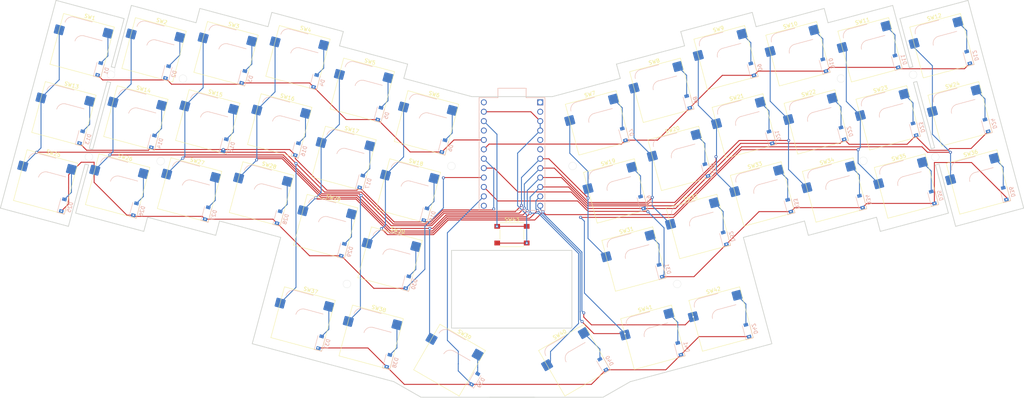
<source format=kicad_pcb>
(kicad_pcb (version 20211014) (generator pcbnew)
  (layers (0 "F.Cu" signal) (31 "B.Cu" signal) (34 "B.Paste" user) (35 "F.Paste" user) (36 "B.SilkS" user "B.Silkscreen") (37 "F.SilkS" user "F.Silkscreen") (38 "B.Mask" user) (39 "F.Mask" user) (44 "Edge.Cuts" user))
  (net 0 "")
  (net 1 "Net-(A1-Pad24)")
  (net 2 "GND")
  (net 3 "reset")
  (net 4 "VCC")
  (net 5 "row0")
  (net 6 "row1")
  (net 7 "row2")
  (net 8 "row3")
  (net 9 "row4")
  (net 10 "row5")
  (net 11 "row6")
  (net 12 "Net-(A1-Pad13)")
  (net 13 "col5")
  (net 14 "col4")
  (net 15 "col3")
  (net 16 "col2")
  (net 17 "col1")
  (net 18 "col0")
  (net 19 "Net-(A1-Pad6)")
  (net 20 "Net-(A1-Pad5)")
  (net 21 "Net-(A1-Pad2)")
  (net 22 "LED")
  (net 23 "Net-(D1-Pad2)")
  (net 24 "Net-(D2-Pad2)")
  (net 25 "Net-(D3-Pad2)")
  (net 26 "Net-(D4-Pad2)")
  (net 27 "Net-(D5-Pad2)")
  (net 28 "Net-(D6-Pad2)")
  (net 29 "Net-(D7-Pad2)")
  (net 30 "Net-(D8-Pad2)")
  (net 31 "Net-(D9-Pad2)")
  (net 32 "Net-(D10-Pad2)")
  (net 33 "Net-(D11-Pad2)")
  (net 34 "Net-(D12-Pad2)")
  (net 35 "Net-(D13-Pad2)")
  (net 36 "Net-(D14-Pad2)")
  (net 37 "Net-(D15-Pad2)")
  (net 38 "Net-(D16-Pad2)")
  (net 39 "Net-(D17-Pad2)")
  (net 40 "Net-(D18-Pad2)")
  (net 41 "Net-(D19-Pad2)")
  (net 42 "Net-(D20-Pad2)")
  (net 43 "Net-(D21-Pad2)")
  (net 44 "Net-(D22-Pad2)")
  (net 45 "Net-(D23-Pad2)")
  (net 46 "Net-(D24-Pad2)")
  (net 47 "Net-(D25-Pad2)")
  (net 48 "Net-(D26-Pad2)")
  (net 49 "Net-(D27-Pad2)")
  (net 50 "Net-(D28-Pad2)")
  (net 51 "Net-(D29-Pad2)")
  (net 52 "Net-(D30-Pad2)")
  (net 53 "Net-(D31-Pad2)")
  (net 54 "Net-(D32-Pad2)")
  (net 55 "Net-(D33-Pad2)")
  (net 56 "Net-(D34-Pad2)")
  (net 57 "Net-(D35-Pad2)")
  (net 58 "Net-(D36-Pad2)")
  (net 59 "Net-(D37-Pad2)")
  (net 60 "Net-(D38-Pad2)")
  (net 61 "Net-(D39-Pad2)")
  (net 62 "Net-(D40-Pad2)")
  (net 63 "Net-(D41-Pad2)")
  (net 64 "Net-(D42-Pad2)")
  (footprint "Switch_Keyboard_Hotswap_Kailh:SW_Hotswap_Kailh_MX_1.00u" (layer "F.Cu") (at 51.1 66.775 -15)
    (fp_text reference "SW2")
    (fp_text value "SW_PUSH")
  )
  (footprint "Switch_Keyboard_Hotswap_Kailh:SW_Hotswap_Kailh_MX_1.00u" (layer "F.Cu") (at 70.55 67.825 -15)
    (fp_text reference "SW3")
    (fp_text value "SW_PUSH")
  )
  (footprint "Switch_Keyboard_Hotswap_Kailh:SW_Hotswap_Kailh_MX_1.00u" (layer "F.Cu") (at 89.975 68.9 -15)
    (fp_text reference "SW4")
    (fp_text value "SW_PUSH")
  )
  (footprint "Switch_Keyboard_Hotswap_Kailh:SW_Hotswap_Kailh_MX_1.00u" (layer "F.Cu") (at 107.35 77.7 -15)
    (fp_text reference "SW5")
    (fp_text value "SW_PUSH")
  )
  (footprint "Switch_Keyboard_Hotswap_Kailh:SW_Hotswap_Kailh_MX_1.00u" (layer "F.Cu") (at 124.7 86.5 -15)
    (fp_text reference "SW6")
    (fp_text value "SW_PUSH")
  )
  (footprint "Switch_Keyboard_Hotswap_Kailh:SW_Hotswap_Kailh_MX_1.00u" (layer "F.Cu") (at 170.9 86.49 15)
    (fp_text reference "SW7")
    (fp_text value "SW_PUSH")
  )
  (footprint "Switch_Keyboard_Hotswap_Kailh:SW_Hotswap_Kailh_MX_1.00u" (layer "F.Cu") (at 188.27 77.7 15)
    (fp_text reference "SW8")
    (fp_text value "SW_PUSH")
  )
  (footprint "Switch_Keyboard_Hotswap_Kailh:SW_Hotswap_Kailh_MX_1.00u" (layer "F.Cu") (at 205.625 68.9 15)
    (fp_text reference "SW9")
    (fp_text value "SW_PUSH")
  )
  (footprint "Switch_Keyboard_Hotswap_Kailh:SW_Hotswap_Kailh_MX_1.00u" (layer "F.Cu") (at 225.05 67.825 15)
    (fp_text reference "SW10")
    (fp_text value "SW_PUSH")
  )
  (footprint "Switch_Keyboard_Hotswap_Kailh:SW_Hotswap_Kailh_MX_1.00u" (layer "F.Cu") (at 244.525 66.75 15)
    (fp_text reference "SW11")
    (fp_text value "SW_PUSH")
  )
  (footprint "Switch_Keyboard_Hotswap_Kailh:SW_Hotswap_Kailh_MX_1.00u" (layer "F.Cu") (at 263.925 65.65 15)
    (fp_text reference "SW12")
    (fp_text value "SW_PUSH")
  )
  (footprint "Switch_Keyboard_Hotswap_Kailh:SW_Hotswap_Kailh_MX_1.00u" (layer "F.Cu") (at 26.75 84.05 -15)
    (fp_text reference "SW13")
    (fp_text value "SW_PUSH")
  )
  (footprint "Switch_Keyboard_Hotswap_Kailh:SW_Hotswap_Kailh_MX_1.00u" (layer "F.Cu") (at 46.182777 85.169552 -15)
    (fp_text reference "SW14")
    (fp_text value "SW_PUSH")
  )
  (footprint "Switch_Keyboard_Hotswap_Kailh:SW_Hotswap_Kailh_MX_1.00u" (layer "F.Cu") (at 65.6 86.225 -15)
    (fp_text reference "SW15")
    (fp_text value "SW_PUSH")
  )
  (footprint "Switch_Keyboard_Hotswap_Kailh:SW_Hotswap_Kailh_MX_1.00u" (layer "F.Cu") (at 85.05 87.325 -15)
    (fp_text reference "SW16")
    (fp_text value "SW_PUSH")
  )
  (footprint "Switch_Keyboard_Hotswap_Kailh:SW_Hotswap_Kailh_MX_1.00u" (layer "F.Cu") (at 102.425 96.1 -15)
    (fp_text reference "SW17")
    (fp_text value "SW_PUSH")
  )
  (footprint "Switch_Keyboard_Hotswap_Kailh:SW_Hotswap_Kailh_MX_1.00u" (layer "F.Cu") (at 119.78 104.89 -15)
    (fp_text reference "SW18")
    (fp_text value "SW_PUSH")
  )
  (footprint "Switch_Keyboard_Hotswap_Kailh:SW_Hotswap_Kailh_MX_1.00u" (layer "F.Cu") (at 175.83 104.89 15)
    (fp_text reference "SW19")
    (fp_text value "SW_PUSH")
  )
  (footprint "Switch_Keyboard_Hotswap_Kailh:SW_Hotswap_Kailh_MX_1.00u" (layer "F.Cu") (at 193.2 96.1 15)
    (fp_text reference "SW20")
    (fp_text value "SW_PUSH")
  )
  (footprint "Switch_Keyboard_Hotswap_Kailh:SW_Hotswap_Kailh_MX_1.00u" (layer "F.Cu") (at 210.55 87.325 15)
    (fp_text reference "SW21")
    (fp_text value "SW_PUSH")
  )
  (footprint "Switch_Keyboard_Hotswap_Kailh:SW_Hotswap_Kailh_MX_1.00u" (layer "F.Cu") (at 249.4 85.125 15)
    (fp_text reference "SW23")
    (fp_text value "SW_PUSH")
  )
  (footprint "Switch_Keyboard_Hotswap_Kailh:SW_Hotswap_Kailh_MX_1.00u" (layer "F.Cu") (at 268.86 84.05 15)
    (fp_text reference "SW24")
    (fp_text value "SW_PUSH")
  )
  (footprint "Switch_Keyboard_Hotswap_Kailh:SW_Hotswap_Kailh_MX_1.00u" (layer "F.Cu") (at 21.825 102.45 -15)
    (fp_text reference "SW25")
    (fp_text value "SW_PUSH")
  )
  (footprint "Switch_Keyboard_Hotswap_Kailh:SW_Hotswap_Kailh_MX_1.00u" (layer "F.Cu") (at 41.26 103.57 -15)
    (fp_text reference "SW26")
    (fp_text value "SW_PUSH")
  )
  (footprint "Switch_Keyboard_Hotswap_Kailh:SW_Hotswap_Kailh_MX_1.00u" (layer "F.Cu") (at 60.69 104.63 -15)
    (fp_text reference "SW27")
    (fp_text value "SW_PUSH")
  )
  (footprint "Switch_Keyboard_Hotswap_Kailh:SW_Hotswap_Kailh_MX_1.00u" (layer "F.Cu") (at 80.125 105.7 -15)
    (fp_text reference "SW28")
    (fp_text value "SW_PUSH")
  )
  (footprint "Switch_Keyboard_Hotswap_Kailh:SW_Hotswap_Kailh_MX_1.00u" (layer "F.Cu") (at 97.48 114.51 -15)
    (fp_text reference "SW29")
    (fp_text value "SW_PUSH")
  )
  (footprint "Switch_Keyboard_Hotswap_Kailh:SW_Hotswap_Kailh_MX_1.00u" (layer "F.Cu") (at 114.85 123.3 -15)
    (fp_text reference "SW30")
    (fp_text value "SW_PUSH")
  )
  (footprint "Switch_Keyboard_Hotswap_Kailh:SW_Hotswap_Kailh_MX_1.00u" (layer "F.Cu") (at 180.77 123.28 15)
    (fp_text reference "SW31")
    (fp_text value "SW_PUSH")
  )
  (footprint "Switch_Keyboard_Hotswap_Kailh:SW_Hotswap_Kailh_MX_1.00u" (layer "F.Cu") (at 198.125 114.49 15)
    (fp_text reference "SW32")
    (fp_text value "SW_PUSH")
  )
  (footprint "Switch_Keyboard_Hotswap_Kailh:SW_Hotswap_Kailh_MX_1.00u" (layer "F.Cu") (at 215.475 105.7 15)
    (fp_text reference "SW33")
    (fp_text value "SW_PUSH")
  )
  (footprint "Switch_Keyboard_Hotswap_Kailh:SW_Hotswap_Kailh_MX_1.00u" (layer "F.Cu") (at 254.36 103.57 15)
    (fp_text reference "SW35")
    (fp_text value "SW_PUSH")
  )
  (footprint "Switch_Keyboard_Hotswap_Kailh:SW_Hotswap_Kailh_MX_1.00u" (layer "F.Cu") (at 273.78 102.46 15)
    (fp_text reference "SW36")
    (fp_text value "SW_PUSH")
  )
  (footprint "Switch_Keyboard_Hotswap_Kailh:SW_Hotswap_Kailh_MX_1.00u" (layer "F.Cu") (at 91.35 139.49 -15)
    (fp_text reference "SW37")
    (fp_text value "SW_PUSH")
  )
  (footprint "Switch_Keyboard_Hotswap_Kailh:SW_Hotswap_Kailh_MX_1.00u" (layer "F.Cu") (at 109.75 144.425 -15)
    (fp_text reference "SW38")
    (fp_text value "SW_PUSH")
  )
  (footprint "Switch_Keyboard_Hotswap_Kailh:SW_Hotswap_Kailh_MX_1.00u" (layer "F.Cu") (at 185.85 144.42 15)
    (fp_text reference "SW41")
    (fp_text value "SW_PUSH")
  )
  (footprint "Switch_Keyboard_Hotswap_Kailh:SW_Hotswap_Kailh_MX_1.00u" (layer "F.Cu") (at 204.27 139.49 15)
    (fp_text reference "SW42")
    (fp_text value "SW_PUSH")
  )
  (footprint "Switch_Keyboard_Hotswap_Kailh:SW_Hotswap_Kailh_MX_1.00u" (layer "F.Cu") (at 234.94 104.63 15)
    (fp_text reference "SW34")
    (fp_text value "SW_PUSH")
  )
  (footprint "Switch_Keyboard_Hotswap_Kailh:SW_Hotswap_Kailh_MX_1.00u" (layer "F.Cu") (at 31.672968 65.648962 -15)
    (fp_text reference "SW1")
    (fp_text value "SW_PUSH")
  )
  (footprint "Switch_Keyboard_Hotswap_Kailh:SW_Hotswap_Kailh_MX_1.25u_90deg" (layer "F.Cu") (at 130.92 150.6 -30)
    (fp_text reference "SW39")
    (fp_text value "SW_PUSH")
  )
  (footprint "Switch_Keyboard_Hotswap_Kailh:SW_Hotswap_Kailh_MX_1.25u_90deg" (layer "F.Cu") (at 164.68 150.6 30)
    (fp_text reference "SW40")
    (fp_text value "SW_PUSH")
  )
  (footprint "Button_Switch_SMD:SW_SPST_PTS645" (layer "F.Cu") (at 147.78 116.7)
    (fp_text reference "SW43")
    (fp_text value "SW_PUSH")
  )
  (footprint "Switch_Keyboard_Hotswap_Kailh:SW_Hotswap_Kailh_MX_1.00u" (layer "F.Cu") (at 230 86.225 15)
    (fp_text reference "SW22")
    (fp_text value "SW_PUSH")
  )
  (footprint "Diode_SMD:D_SOD-123" (layer "B.Cu") (at 178.02 89.64 105)
    (fp_text reference "D7")
    (fp_text value "1N4148W")
  )
  (footprint "Diode_SMD:D_SOD-123" (layer "B.Cu") (at 195.4 80.85 105)
    (fp_text reference "D8")
    (fp_text value "1N4148W")
  )
  (footprint "Diode_SMD:D_SOD-123" (layer "B.Cu") (at 212.74 72.06 105)
    (fp_text reference "D9")
    (fp_text value "1N4148W")
  )
  (footprint "Diode_SMD:D_SOD-123" (layer "B.Cu") (at 232.19 70.93 105)
    (fp_text reference "D10")
    (fp_text value "1N4148W")
  )
  (footprint "Diode_SMD:D_SOD-123" (layer "B.Cu") (at 251.69 69.91 105)
    (fp_text reference "D11")
    (fp_text value "1N4148W")
  )
  (footprint "Diode_SMD:D_SOD-123" (layer "B.Cu") (at 271.06 68.83 105)
    (fp_text reference "D12")
    (fp_text value "1N4148W")
  )
  (footprint "Diode_SMD:D_SOD-123" (layer "B.Cu") (at 182.96 108.01 105)
    (fp_text reference "D19")
    (fp_text value "1N4148W")
  )
  (footprint "Diode_SMD:D_SOD-123" (layer "B.Cu") (at 200.33 99.25 105)
    (fp_text reference "D20")
    (fp_text value "1N4148W")
  )
  (footprint "Diode_SMD:D_SOD-123" (layer "B.Cu") (at 217.66 90.44 105)
    (fp_text reference "D21")
    (fp_text value "1N4148W")
  )
  (footprint "Diode_SMD:D_SOD-123" (layer "B.Cu") (at 256.56 88.23 105)
    (fp_text reference "D23")
    (fp_text value "1N4148W")
  )
  (footprint "Diode_SMD:D_SOD-123" (layer "B.Cu") (at 187.957051 126.443778 105)
    (fp_text reference "D31")
    (fp_text value "1N4148W")
  )
  (footprint "Diode_SMD:D_SOD-123" (layer "B.Cu") (at 205.28 117.7 105)
    (fp_text reference "D32")
    (fp_text value "1N4148W")
  )
  (footprint "Diode_SMD:D_SOD-123" (layer "B.Cu") (at 222.7 108.88 105)
    (fp_text reference "D33")
    (fp_text value "1N4148W")
  )
  (footprint "Diode_SMD:D_SOD-123" (layer "B.Cu") (at 242.09 107.8 105)
    (fp_text reference "D34")
    (fp_text value "1N4148W")
  )
  (footprint "Diode_SMD:D_SOD-123" (layer "B.Cu") (at 280.94 105.64 105)
    (fp_text reference "D36")
    (fp_text value "1N4148W")
  )
  (footprint "Diode_SMD:D_SOD-123" (layer "B.Cu") (at 172.36 151.77 120)
    (fp_text reference "D40")
    (fp_text value "1N4148W")
  )
  (footprint "Diode_SMD:D_SOD-123" (layer "B.Cu") (at 193.007051 147.533778 105)
    (fp_text reference "D41")
    (fp_text value "1N4148W")
  )
  (footprint "promicro:ProMicro-EnforcedTop" (layer "B.Cu") (at 147.8 94.92 -90)
    (fp_text reference "A1" hide)
    (fp_text value "promicro")
  )
  (footprint "Diode_SMD:D_SOD-123" (layer "B.Cu") (at 119.49 129.58 75)
    (fp_text reference "D30")
    (fp_text value "1N4148W")
  )
  (footprint "Diode_SMD:D_SOD-123" (layer "B.Cu") (at 237.11 89.36 105)
    (fp_text reference "D22")
    (fp_text value "1N4148W")
  )
  (footprint "Diode_SMD:D_SOD-123" (layer "B.Cu") (at 137.7 155.71 60)
    (fp_text reference "D39")
    (fp_text value "1N4148W")
  )
  (footprint "Diode_SMD:D_SOD-123" (layer "B.Cu") (at 261.48 106.66 105)
    (fp_text reference "D35")
    (fp_text value "1N4148W")
  )
  (footprint "Diode_SMD:D_SOD-123" (layer "B.Cu") (at 102.09 120.8 75)
    (fp_text reference "D29")
    (fp_text value "1N4148W")
  )
  (footprint "Diode_SMD:D_SOD-123" (layer "B.Cu") (at 36.27 71.95 75)
    (fp_text reference "D1")
    (fp_text value "1N4148W")
  )
  (footprint "Diode_SMD:D_SOD-123" (layer "B.Cu") (at 114.37 150.78 75)
    (fp_text reference "D38")
    (fp_text value "1N4148W")
  )
  (footprint "Diode_SMD:D_SOD-123" (layer "B.Cu") (at 95.95 145.78 75)
    (fp_text reference "D37")
    (fp_text value "1N4148W")
  )
  (footprint "Diode_SMD:D_SOD-123" (layer "B.Cu") (at 124.4 111.21 75)
    (fp_text reference "D18")
    (fp_text value "1N4148W")
  )
  (footprint "Diode_SMD:D_SOD-123" (layer "B.Cu") (at 107.07 102.35 75)
    (fp_text reference "D17")
    (fp_text value "1N4148W")
  )
  (footprint "Diode_SMD:D_SOD-123" (layer "B.Cu") (at 50.79 91.52 75)
    (fp_text reference "D14")
    (fp_text value "1N4148W")
  )
  (footprint "Diode_SMD:D_SOD-123" (layer "B.Cu") (at 31.39 90.39 75)
    (fp_text reference "D13")
    (fp_text value "1N4148W")
  )
  (footprint "Diode_SMD:D_SOD-123" (layer "B.Cu") (at 129.27 92.79 75)
    (fp_text reference "D6")
    (fp_text value "1N4148W")
  )
  (footprint "Diode_SMD:D_SOD-123" (layer "B.Cu") (at 94.61 75.19 75)
    (fp_text reference "D4")
    (fp_text value "1N4148W")
  )
  (footprint "Diode_SMD:D_SOD-123" (layer "B.Cu") (at 54.6 72.81 75)
    (fp_text reference "D2")
    (fp_text value "1N4148W")
  )
  (footprint "Diode_SMD:D_SOD-123" (layer "B.Cu") (at 89.68 93.62 75)
    (fp_text reference "D16")
    (fp_text value "1N4148W")
  )
  (footprint "Diode_SMD:D_SOD-123" (layer "B.Cu") (at 75.2 74.11 75)
    (fp_text reference "D3")
    (fp_text value "1N4148W")
  )
  (footprint "Diode_SMD:D_SOD-123" (layer "B.Cu") (at 84.74 112.01 75)
    (fp_text reference "D28")
    (fp_text value "1N4148W")
  )
  (footprint "Diode_SMD:D_SOD-123" (layer "B.Cu") (at 70.2 92.53 75)
    (fp_text reference "D15")
    (fp_text value "1N4148W")
  )
  (footprint "Diode_SMD:D_SOD-123" (layer "B.Cu") (at 111.97 84.01 75)
    (fp_text reference "D5")
    (fp_text value "1N4148W")
  )
  (footprint "Diode_SMD:D_SOD-123" (layer "B.Cu") (at 65.31 110.93 75)
    (fp_text reference "D27")
    (fp_text value "1N4148W")
  )
  (footprint "Diode_SMD:D_SOD-123" (layer "B.Cu") (at 26.46 108.76 75)
    (fp_text reference "D25")
    (fp_text value "1N4148W")
  )
  (footprint "Diode_SMD:D_SOD-123" (layer "B.Cu") (at 45.92 109.85 75)
    (fp_text reference "D26")
    (fp_text value "1N4148W")
  )
  (footprint "Diode_SMD:D_SOD-123" (layer "B.Cu") (at 276 87.21 105)
    (fp_text reference "D24")
    (fp_text value "1N4148W")
  )
  (footprint "Diode_SMD:D_SOD-123" (layer "B.Cu") (at 211.41 142.65 105)
    (fp_text reference "D42")
    (fp_text value "1N4148W")
  )
  (gr_circle (center 164.17 98.15) (end 165.22 98.15) (layer "Edge.Cuts") (width 0.05) (fill none))
  (gr_line (start 102.231669 61.827411) (end 101.196393 65.691115) (layer "Edge.Cuts") (width 0.2))
  (gr_line (start 118.562003 74.485321) (end 136.96289 79.415824) (layer "Edge.Cuts") (width 0.2))
  (gr_circle (center 58.89 74.56) (end 59.94 74.56) (layer "Edge.Cuts") (width 0.05) (fill none))
  (gr_line (start 48.321956 115.814102) (end 29.921069 110.883599) (layer "Edge.Cuts") (width 0.2))
  (gr_line (start 158.64877 79.415824) (end 136.96289 79.415824) (layer "Edge.Cuts") (width 0.2))
  (gr_line (start 176.014381 70.621617) (end 194.415267 65.691115) (layer "Edge.Cuts") (width 0.2))
  (gr_line (start 247.289704 115.814102) (end 265.690591 110.883599) (layer "Edge.Cuts") (width 0.2))
  (gr_line (start 227.853541 116.880901) (end 226.818265 113.017198) (layer "Edge.Cuts") (width 0.2))
  (gr_line (start 77.616144 146.159577) (end 85.310727 117.443004) (layer "Edge.Cuts") (width 0.2))
  (gr_circle (center 256.16 73.47) (end 257.21 73.47) (layer "Edge.Cuts") (width 0.05) (fill none))
  (gr_circle (center 236.68 74.53) (end 237.73 74.53) (layer "Edge.Cuts") (width 0.05) (fill none))
  (gr_circle (center 52.89 96.84) (end 53.94 96.84) (layer "Edge.Cuts") (width 0.05) (fill none))
  (gr_line (start 40.47 71.597259) (end 40.47 72.9) (layer "Edge.Cuts") (width 0.05))
  (gr_line (start 48.321956 115.814102) (end 49.344938 111.99628) (layer "Edge.Cuts") (width 0.2))
  (gr_circle (center 262.15 95.72) (end 263.2 95.72) (layer "Edge.Cuts") (width 0.05) (fill none))
  (gr_line (start 82.913152 56.65103) (end 102.231669 61.827411) (layer "Edge.Cuts") (width 0.2))
  (gr_line (start 24.616957 53.40475) (end 43.017844 58.335253) (layer "Edge.Cuts") (width 0.2))
  (gr_line (start 262.205867 97.874399) (end 263.136793 97.624958) (layer "Edge.Cuts") (width 0.2))
  (gr_circle (center 39.44 73.5) (end 40.49 73.5) (layer "Edge.Cuts") (width 0.05) (fill none))
  (gr_line (start 27.966122 114.451724) (end 9.57957 109.52504) (layer "Edge.Cuts") (width 0.2))
  (gr_line (start 250.641892 54.770492) (end 233.169947 59.447934) (layer "Edge.Cuts") (width 0.2))
  (gr_line (start 44.969768 54.770491) (end 40.47 71.597259) (layer "Edge.Cuts") (width 0.2))
  (gr_line (start 232.134671 55.584231) (end 233.169947 59.447934) (layer "Edge.Cuts") (width 0.2))
  (gr_line (start 119.597279 70.621617) (end 118.562003 74.485321) (layer "Edge.Cuts") (width 0.2))
  (gr_line (start 217.995516 146.159577) (end 179.750688 156.407248) (layer "Edge.Cuts") (width 0.2))
  (gr_line (start 49.344938 111.99628) (end 67.758119 116.880901) (layer "Edge.Cuts") (width 0.2))
  (gr_circle (center 33.49 95.7) (end 34.54 95.7) (layer "Edge.Cuts") (width 0.05) (fill none))
  (gr_rect (start 131.46 120.94) (end 163.97 141.95) (layer "Edge.Cuts") (width 0.2) (fill none))
  (gr_line (start 255.14166 71.59726) (end 250.641892 54.770492) (layer "Edge.Cuts") (width 0.2))
  (gr_line (start 176.014381 70.621617) (end 177.049657 74.485321) (layer "Edge.Cuts") (width 0.2))
  (gr_line (start 286.03209 109.52504) (end 270.994703 53.40475) (layer "Edge.Cuts") (width 0.2))
  (gr_line (start 256.081562 71.347817) (end 252.593816 58.335253) (layer "Edge.Cuts") (width 0.2))
  (gr_line (start 212.698508 56.65103) (end 193.379991 61.827411) (layer "Edge.Cuts") (width 0.2))
  (gr_line (start 67.758119 116.880901) (end 68.793395 113.017198) (layer "Edge.Cuts") (width 0.2))
  (gr_line (start 32.474867 97.624957) (end 33.405792 97.874399) (layer "Edge.Cuts") (width 0.2))
  (gr_line (start 232.134671 55.584231) (end 213.733784 60.514734) (layer "Edge.Cuts") (width 0.2))
  (gr_line (start 119.597279 70.621617) (end 101.196393 65.691115) (layer "Edge.Cuts") (width 0.2))
  (gr_line (start 43.017844 58.335253) (end 39.530098 71.347816) (layer "Edge.Cuts") (width 0.2))
  (gr_circle (center 192.43 130.02) (end 193.48 130.02) (layer "Edge.Cuts") (width 0.05) (fill none))
  (gr_line (start 63.476989 55.584231) (end 81.877876 60.514734) (layer "Edge.Cuts") (width 0.2))
  (gr_line (start 9.57957 109.52504) (end 24.616957 53.40475) (layer "Edge.Cuts") (width 0.2))
  (gr_line (start 267.645538 114.451725) (end 286.03209 109.52504) (layer "Edge.Cuts") (width 0.2))
  (gr_line (start 265.690591 110.883599) (end 262.205867 97.874399) (layer "Edge.Cuts") (width 0.2))
  (gr_line (start 141.721098 160.62) (end 172.39 160.62) (layer "Edge.Cuts") (width 0.2))
  (gr_line (start 263.136793 97.624958) (end 267.645538 114.451725) (layer "Edge.Cuts") (width 0.2))
  (gr_line (start 217.995516 146.159577) (end 210.300933 117.443004) (layer "Edge.Cuts") (width 0.2))
  (gr_circle (center 103.19 130.02) (end 104.24 130.02) (layer "Edge.Cuts") (width 0.05) (fill none))
  (gr_poly (pts (xy 34.524135 93.665223) (xy 33.59321 93.41578) (xy 38.443874 75.31296) (xy 39.374799 75.562402)) (layer "Edge.Cuts") (width 0.2) (fill none))
  (gr_line (start 172.39 160.62) (end 179.750688 156.407248) (layer "Edge.Cuts") (width 0.2))
  (gr_line (start 247.289704 115.814102) (end 246.266722 111.99628) (layer "Edge.Cuts") (width 0.2))
  (gr_line (start 82.913152 56.65103) (end 81.877876 60.514734) (layer "Edge.Cuts") (width 0.2))
  (gr_line (start 27.966122 114.451724) (end 32.474867 97.624957) (layer "Edge.Cuts") (width 0.2))
  (gr_line (start 40.47 71.59) (end 39.530098 71.347816) (layer "Edge.Cuts") (width 0.2))
  (gr_circle (center 131.44 98.16) (end 132.49 98.16) (layer "Edge.Cuts") (width 0.05) (fill none))
  (gr_line (start 212.698508 56.65103) (end 213.733784 60.514734) (layer "Edge.Cuts") (width 0.2))
  (gr_line (start 115.860972 156.407248) (end 123.22 160.62) (layer "Edge.Cuts") (width 0.2))
  (gr_line (start 210.300933 117.443004) (end 226.818265 113.017198) (layer "Edge.Cuts") (width 0.2))
  (gr_line (start 193.379991 61.827411) (end 194.415267 65.691115) (layer "Edge.Cuts") (width 0.2))
  (gr_line (start 270.994703 53.40475) (end 252.593816 58.335253) (layer "Edge.Cuts") (width 0.2))
  (gr_line (start 33.405792 97.874399) (end 29.921069 110.883599) (layer "Edge.Cuts") (width 0.2))
  (gr_circle (center 242.71 96.75) (end 243.76 96.75) (layer "Edge.Cuts") (width 0.05) (fill none))
  (gr_line (start 77.616144 146.159577) (end 115.860972 156.407248) (layer "Edge.Cuts") (width 0.2))
  (gr_line (start 44.969768 54.770491) (end 62.441713 59.447934) (layer "Edge.Cuts") (width 0.2))
  (gr_line (start 246.266722 111.99628) (end 227.853541 116.880901) (layer "Edge.Cuts") (width 0.2))
  (gr_line (start 123.22 160.62) (end 153.888902 160.62) (layer "Edge.Cuts") (width 0.2))
  (gr_poly (pts (xy 261.038926 93.483853) (xy 261.969851 93.234411) (xy 257.167786 75.31296) (xy 256.236861 75.562403)) (layer "Edge.Cuts") (width 0.2) (fill none))
  (gr_line (start 85.310727 117.443004) (end 68.793395 113.017198) (layer "Edge.Cuts") (width 0.2))
  (gr_line (start 256.081562 71.347817) (end 255.14166 71.590001) (layer "Edge.Cuts") (width 0.2))
  (gr_line (start 63.476989 55.584231) (end 62.441713 59.447934) (layer "Edge.Cuts") (width 0.2))
  (gr_line (start 177.049657 74.485321) (end 158.64877 79.415824) (layer "Edge.Cuts") (width 0.2))
  (segment (start 151.78 118.99) (end 143.84 118.99) (width 0.25) (layer "F.Cu") (net 2))
  (segment (start 152.88 83.49) (end 155.42 86.03) (width 0.25) (layer "F.Cu") (net 2))
  (segment (start 143.84 118.99) (end 143.8 118.95) (width 0.25) (layer "F.Cu") (net 2))
  (segment (start 140.18 83.49) (end 152.88 83.49) (width 0.25) (layer "F.Cu") (net 2))
  (via (at 151.78 118.99) (size 0.8) (drill 0.4) (layers "F.Cu" "B.Cu") (net 2))
  (segment (start 155.42 88.57) (end 155.42 86.03) (width 0.25) (layer "B.Cu") (net 2))
  (segment (start 151.78 118.99) (end 151.74 111.29) (width 0.25) (layer "B.Cu") (net 2))
  (segment (start 149.31 108.86) (end 149.31 94.68) (width 0.25) (layer "B.Cu") (net 2))
  (segment (start 149.31 94.68) (end 155.42 88.57) (width 0.25) (layer "B.Cu") (net 2))
  (segment (start 151.74 111.29) (end 149.31 108.86) (width 0.25) (layer "B.Cu") (net 2))
  (segment (start 151.76 114.45) (end 143.73 114.45) (width 0.25) (layer "F.Cu") (net 3))
  (via (at 143.73 114.45) (size 0.8) (drill 0.4) (layers "F.Cu" "B.Cu") (net 3))
  (segment (start 140.18 86.03) (end 143.73 89.58) (width 0.25) (layer "B.Cu") (net 3))
  (segment (start 143.73 89.58) (end 143.73 114.45) (width 0.25) (layer "B.Cu") (net 3))
  (segment (start 37.199171 74.9) (end 35.842949 73.543778) (width 0.25) (layer "F.Cu") (net 5))
  (segment (start 120.289171 94.35) (end 111.542949 85.603778) (width 0.25) (layer "F.Cu") (net 5))
  (segment (start 53.676727 74.9) (end 37.199171 74.9) (width 0.25) (layer "F.Cu") (net 5))
  (segment (start 74.772949 75.703778) (end 74.416727 76.06) (width 0.25) (layer "F.Cu") (net 5))
  (segment (start 74.416727 76.06) (end 55.829171 76.06) (width 0.25) (layer "F.Cu") (net 5))
  (segment (start 103.002949 85.603778) (end 94.182949 76.783778) (width 0.25) (layer "F.Cu") (net 5))
  (segment (start 55.829171 76.06) (end 54.172949 74.403778) (width 0.25) (layer "F.Cu") (net 5))
  (segment (start 128.86 94.35) (end 120.289171 94.35) (width 0.25) (layer "F.Cu") (net 5))
  (segment (start 111.542949 85.603778) (end 103.002949 85.603778) (width 0.25) (layer "F.Cu") (net 5))
  (segment (start 128.86 94.35) (end 132.1 91.11) (width 0.25) (layer "F.Cu") (net 5))
  (segment (start 54.172949 74.403778) (end 53.676727 74.9) (width 0.25) (layer "F.Cu") (net 5))
  (segment (start 132.1 91.11) (end 140.18 91.11) (width 0.25) (layer "F.Cu") (net 5))
  (segment (start 94.182949 76.783778) (end 93.102949 75.703778) (width 0.25) (layer "F.Cu") (net 5))
  (segment (start 93.102949 75.703778) (end 74.772949 75.703778) (width 0.25) (layer "F.Cu") (net 5))
  (via (at 111.542949 85.603778) (size 0.8) (drill 0.4) (layers "F.Cu" "B.Cu") (net 5))
  (via (at 94.182949 76.783778) (size 0.8) (drill 0.4) (layers "F.Cu" "B.Cu") (net 5))
  (via (at 74.772949 75.703778) (size 0.8) (drill 0.4) (layers "F.Cu" "B.Cu") (net 5))
  (via (at 54.17 74.38) (size 0.8) (drill 0.4) (layers "F.Cu" "B.Cu") (net 5))
  (via (at 35.842949 73.543778) (size 0.8) (drill 0.4) (layers "F.Cu" "B.Cu") (net 5))
  (via (at 128.86 94.35) (size 0.8) (drill 0.4) (layers "F.Cu" "B.Cu") (net 5))
  (segment (start 128.842949 94.383778) (end 128.842949 94.367051) (width 0.25) (layer "B.Cu") (net 5))
  (segment (start 128.842949 94.367051) (end 128.86 94.35) (width 0.25) (layer "B.Cu") (net 5))
  (segment (start 177.355 92.235) (end 141.595 92.235) (width 0.25) (layer "F.Cu") (net 6))
  (segment (start 141.595 92.235) (end 140.18 93.65) (width 0.25) (layer "F.Cu") (net 6))
  (segment (start 270.039628 71.871201) (end 271.487051 70.423778) (width 0.25) (layer "F.Cu") (net 6))
  (segment (start 232.617051 72.523778) (end 233.637051 71.503778) (width 0.25) (layer "F.Cu") (net 6))
  (segment (start 252.117051 71.503778) (end 252.484474 71.871201) (width 0.25) (layer "F.Cu") (net 6))
  (segment (start 213.167051 73.653778) (end 214.297051 72.523778) (width 0.25) (layer "F.Cu") (net 6))
  (segment (start 178.42 91.17) (end 187.100829 91.17) (width 0.25) (layer "F.Cu") (net 6))
  (segment (start 233.637051 71.503778) (end 252.117051 71.503778) (width 0.25) (layer "F.Cu") (net 6))
  (segment (start 178.42 91.17) (end 177.355 92.235) (width 0.25) (layer "F.Cu") (net 6))
  (segment (start 252.484474 71.871201) (end 270.039628 71.871201) (width 0.25) (layer "F.Cu") (net 6))
  (segment (start 195.827051 82.443778) (end 204.617051 73.653778) (width 0.25) (layer "F.Cu") (net 6))
  (segment (start 187.100829 91.17) (end 195.827051 82.443778) (width 0.25) (layer "F.Cu") (net 6))
  (segment (start 204.617051 73.653778) (end 213.167051 73.653778) (width 0.25) (layer "F.Cu") (net 6))
  (segment (start 214.297051 72.523778) (end 232.617051 72.523778) (width 0.25) (layer "F.Cu") (net 6))
  (via (at 195.827051 82.443778) (size 0.8) (drill 0.4) (layers "F.Cu" "B.Cu") (net 6))
  (via (at 178.42 91.17) (size 0.8) (drill 0.4) (layers "F.Cu" "B.Cu") (net 6))
  (via (at 271.487051 70.423778) (size 0.8) (drill 0.4) (layers "F.Cu" "B.Cu") (net 6))
  (via (at 252.117051 71.503778) (size 0.8) (drill 0.4) (layers "F.Cu" "B.Cu") (net 6))
  (via (at 213.167051 73.653778) (size 0.8) (drill 0.4) (layers "F.Cu" "B.Cu") (net 6))
  (via (at 232.617051 72.523778) (size 0.8) (drill 0.4) (layers "F.Cu" "B.Cu") (net 6))
  (segment (start 178.447051 91.197051) (end 178.42 91.17) (width 0.25) (layer "B.Cu") (net 6))
  (segment (start 178.447051 91.233778) (end 178.447051 91.197051) (width 0.25) (layer "B.Cu") (net 6))
  (segment (start 129.105 110.015) (end 142.602995 110.015) (width 0.25) (layer "F.Cu") (net 7))
  (segment (start 105.876727 104.71) (end 97.82 104.71) (width 0.25) (layer "F.Cu") (net 7))
  (segment (start 125.85 113.27) (end 129.105 110.015) (width 0.25) (layer "F.Cu") (net 7))
  (segment (start 49.575729 93.900998) (end 32.880169 93.900998) (width 0.25) (layer "F.Cu") (net 7))
  (segment (start 89.252949 96.142949) (end 89.252949 95.213778) (width 0.25) (layer "F.Cu") (net 7))
  (segment (start 87.742199 93.703028) (end 69.820352 93.703028) (width 0.25) (layer "F.Cu") (net 7))
  (segment (start 142.602995 110.015) (end 142.86 109.757995) (width 0.25) (layer "F.Cu") (net 7))
  (segment (start 50.362949 93.113778) (end 49.575729 93.900998) (width 0.25) (layer "F.Cu") (net 7))
  (segment (start 106.642949 103.943778) (end 105.876727 104.71) (width 0.25) (layer "F.Cu") (net 7))
  (segment (start 124.03 112.76) (end 123.5 113.29) (width 0.25) (layer "F.Cu") (net 7))
  (segment (start 123.5 113.29) (end 115.989171 113.29) (width 0.25) (layer "F.Cu") (net 7))
  (segment (start 50.952199 93.703028) (end 69.820352 93.703028) (width 0.25) (layer "F.Cu") (net 7))
  (segment (start 89.252949 95.213778) (end 87.742199 93.703028) (width 0.25) (layer "F.Cu") (net 7))
  (segment (start 124.54 113.27) (end 125.85 113.27) (width 0.25) (layer "F.Cu") (net 7))
  (segment (start 115.989171 113.29) (end 106.642949 103.943778) (width 0.25) (layer "F.Cu") (net 7))
  (segment (start 124.03 112.76) (end 124.54 113.27) (width 0.25) (layer "F.Cu") (net 7))
  (segment (start 97.82 104.71) (end 89.252949 96.142949) (width 0.25) (layer "F.Cu") (net 7))
  (segment (start 32.880169 93.900998) (end 30.962949 91.983778) (width 0.25) (layer "F.Cu") (net 7))
  (segment (start 50.362949 93.113778) (end 50.952199 93.703028) (width 0.25) (layer "F.Cu") (net 7))
  (via (at 69.820352 93.703028) (size 0.8) (drill 0.4) (layers "F.Cu" "B.Cu") (net 7))
  (via (at 142.86 109.757995) (size 0.8) (drill 0.4) (layers "F.Cu" "B.Cu") (net 7))
  (via (at 30.962949 91.983778) (size 0.8) (drill 0.4) (layers "F.Cu" "B.Cu") (net 7))
  (via (at 124.03 112.76) (size 0.8) (drill 0.4) (layers "F.Cu" "B.Cu") (net 7))
  (via (at 89.252949 95.213778) (size 0.8) (drill 0.4) (layers "F.Cu" "B.Cu") (net 7))
  (via (at 50.362949 93.113778) (size 0.8) (drill 0.4) (layers "F.Cu" "B.Cu") (net 7))
  (via (at 106.642949 103.943778) (size 0.8) (drill 0.4) (layers "F.Cu" "B.Cu") (net 7))
  (segment (start 140.18 96.19) (end 142.86 98.87) (width 0.25) (layer "B.Cu") (net 7))
  (segment (start 142.86 98.87) (end 142.86 109.757995) (width 0.25) (layer "B.Cu") (net 7))
  (segment (start 123.986222 112.803778) (end 124.03 112.76) (width 0.25) (layer "B.Cu") (net 7))
  (segment (start 123.972949 112.803778) (end 123.986222 112.803778) (width 0.25) (layer "B.Cu") (net 7))
  (segment (start 168.218332 109.61) (end 183.236498 109.61) (width 0.25) (layer "F.Cu") (net 8))
  (segment (start 238.873273 92.29) (end 254.520829 92.29) (width 0.25) (layer "F.Cu") (net 8))
  (segment (start 183.236498 109.61) (end 183.26 109.633502) (width 0.25) (layer "F.Cu") (net 8))
  (segment (start 142.98 98.73) (end 149.4 105.15) (width 0.25) (layer "F.Cu") (net 8))
  (segment (start 140.18 98.73) (end 142.98 98.73) (width 0.25) (layer "F.Cu") (net 8))
  (segment (start 218.087051 92.033778) (end 236.457051 92.033778) (width 0.25) (layer "F.Cu") (net 8))
  (segment (start 209.567051 92.033778) (end 218.087051 92.033778) (width 0.25) (layer "F.Cu") (net 8))
  (segment (start 236.457051 92.033778) (end 237.537051 90.953778) (width 0.25) (layer "F.Cu") (net 8))
  (segment (start 200.757051 100.843778) (end 209.567051 92.033778) (width 0.25) (layer "F.Cu") (net 8))
  (segment (start 271.803207 93.427622) (end 276.427051 88.803778) (width 0.25) (layer "F.Cu") (net 8))
  (segment (start 265.57 93.91) (end 266.052378 93.427622) (width 0.25) (layer "F.Cu") (net 8))
  (segment (start 163.758332 105.15) (end 168.218332 109.61) (width 0.25) (layer "F.Cu") (net 8))
  (segment (start 254.520829 92.29) (end 256.987051 89.823778) (width 0.25) (layer "F.Cu") (net 8))
  (segment (start 149.4 105.15) (end 163.758332 105.15) (width 0.25) (layer "F.Cu") (net 8))
  (segment (start 266.052378 93.427622) (end 271.803207 93.427622) (width 0.25) (layer "F.Cu") (net 8))
  (segment (start 260.607399 93.91) (end 265.57 93.91) (width 0.25) (layer "F.Cu") (net 8))
  (segment (start 200.757051 100.843778) (end 191.967327 109.633502) (width 0.25) (layer "F.Cu") (net 8))
  (segment (start 191.967327 109.633502) (end 183.26 109.633502) (width 0.25) (layer "F.Cu") (net 8))
  (segment (start 237.537051 90.953778) (end 238.873273 92.29) (width 0.25) (layer "F.Cu") (net 8))
  (segment (start 256.987051 90.289652) (end 260.607399 93.91) (width 0.25) (layer "F.Cu") (net 8))
  (segment (start 256.987051 89.823778) (end 256.987051 90.289652) (width 0.25) (layer "F.Cu") (net 8))
  (via (at 183.26 109.633502) (size 0.8) (drill 0.4) (layers "F.Cu" "B.Cu") (net 8))
  (via (at 256.987051 89.823778) (size 0.8) (drill 0.4) (layers "F.Cu" "B.Cu") (net 8))
  (via (at 276.427051 88.803778) (size 0.8) (drill 0.4) (layers "F.Cu" "B.Cu") (net 8))
  (via (at 218.087051 92.033778) (size 0.8) (drill 0.4) (layers "F.Cu" "B.Cu") (net 8))
  (via (at 237.537051 90.953778) (size 0.8) (drill 0.4) (layers "F.Cu" "B.Cu") (net 8))
  (via (at 200.757051 100.843778) (size 0.8) (drill 0.4) (layers "F.Cu" "B.Cu") (net 8))
  (segment (start 183.387051 109.603778) (end 183.289724 109.603778) (width 0.25) (layer "B.Cu") (net 8))
  (segment (start 183.289724 109.603778) (end 183.26 109.633502) (width 0.25) (layer "B.Cu") (net 8))
  (segment (start 45.492949 111.443778) (end 43.773907 111.443778) (width 0.25) (layer "F.Cu") (net 9))
  (segment (start 31.41 97.14) (end 28.02 100.53) (width 0.25) (layer "F.Cu") (net 9))
  (segment (start 43.773907 111.443778) (end 34.91 102.579871) (width 0.25) (layer "F.Cu") (net 9))
  (segment (start 83.232949 112.523778) (end 64.882949 112.523778) (width 0.25) (layer "F.Cu") (net 9))
  (segment (start 129.34 101.27) (end 140.18 101.27) (width 0.25) (layer "F.Cu") (net 9))
  (segment (start 34.91 97.14) (end 31.41 97.14) (width 0.25) (layer "F.Cu") (net 9))
  (segment (start 101.662949 122.393778) (end 93.102949 122.393778) (width 0.25) (layer "F.Cu") (net 9))
  (segment (start 64.882949 112.523778) (end 64.114061 111.75489) (width 0.25) (layer "F.Cu") (net 9))
  (segment (start 45.804061 111.75489) (end 45.492949 111.443778) (width 0.25) (layer "F.Cu") (net 9))
  (segment (start 34.91 102.579871) (end 34.91 97.14) (width 0.25) (layer "F.Cu") (net 9))
  (segment (start 28.02 108.366727) (end 26.032949 110.353778) (width 0.25) (layer "F.Cu") (net 9))
  (segment (start 28.02 100.53) (end 28.02 108.366727) (width 0.25) (layer "F.Cu") (net 9))
  (segment (start 129.26 101.35) (end 129.34 101.27) (width 0.25) (layer "F.Cu") (net 9))
  (segment (start 64.114061 111.75489) (end 45.804061 111.75489) (width 0.25) (layer "F.Cu") (net 9))
  (segment (start 119.1 131.2) (end 110.469171 131.2) (width 0.25) (layer "F.Cu") (net 9))
  (segment (start 93.102949 122.393778) (end 84.312949 113.603778) (width 0.25) (layer "F.Cu") (net 9))
  (segment (start 84.312949 113.603778) (end 83.232949 112.523778) (width 0.25) (layer "F.Cu") (net 9))
  (segment (start 110.469171 131.2) (end 101.662949 122.393778) (width 0.25) (layer "F.Cu") (net 9))
  (via (at 26.032949 110.353778) (size 0.8) (drill 0.4) (layers "F.Cu" "B.Cu") (net 9))
  (via (at 119.1 131.2) (size 0.8) (drill 0.4) (layers "F.Cu" "B.Cu") (net 9))
  (via (at 84.312949 113.603778) (size 0.8) (drill 0.4) (layers "F.Cu" "B.Cu") (net 9))
  (via (at 45.492949 111.443778) (size 0.8) (drill 0.4) (layers "F.Cu" "B.Cu") (net 9))
  (via (at 64.882949 112.523778) (size 0.8) (drill 0.4) (layers "F.Cu" "B.Cu") (net 9))
  (via (at 129.26 101.35) (size 0.8) (drill 0.4) (layers "F.Cu" "B.Cu") (net 9))
  (via (at 101.662949 122.393778) (size 0.8) (drill 0.4) (layers "F.Cu" "B.Cu") (net 9))
  (segment (start 119.073778 131.173778) (end 119.1 131.2) (width 0.25) (layer "B.Cu") (net 9))
  (segment (start 129.26 109.49) (end 129.26 101.35) (width 0.25) (layer "B.Cu") (net 9))
  (segment (start 124.25 114.5) (end 129.26 109.49) (width 0.25) (layer "B.Cu") (net 9))
  (segment (start 119.1 131.2) (end 124.25 126.05) (width 0.25) (layer "B.Cu") (net 9))
  (segment (start 124.25 126.05) (end 124.25 114.5) (width 0.25) (layer "B.Cu") (net 9))
  (segment (start 119.062949 131.173778) (end 119.073778 131.173778) (width 0.25) (layer "B.Cu") (net 9))
  (segment (start 214.527051 110.473778) (end 223.127051 110.473778) (width 0.25) (layer "F.Cu") (net 10))
  (segment (start 281.367051 106.637051) (end 281.367051 107.233778) (width 0.25) (layer "F.Cu") (net 10))
  (segment (start 196.950829 128.05) (end 205.707051 119.293778) (width 0.25) (layer "F.Cu") (net 10))
  (segment (start 140.18 103.81) (end 143.96 107.59) (width 0.25) (layer "F.Cu") (net 10))
  (segment (start 261.9 97.21) (end 271.94 97.21) (width 0.25) (layer "F.Cu") (net 10))
  (segment (start 261.907051 108.253778) (end 261.9 108.246727) (width 0.25) (layer "F.Cu") (net 10))
  (segment (start 188.28 128.05) (end 196.950829 128.05) (width 0.25) (layer "F.Cu") (net 10))
  (segment (start 261.9 108.246727) (end 261.9 97.21) (width 0.25) (layer "F.Cu") (net 10))
  (segment (start 168.33 110.4) (end 184.41 110.4) (width 0.25) (layer "F.Cu") (net 10))
  (segment (start 143.96 107.59) (end 165.52 107.59) (width 0.25) (layer "F.Cu") (net 10))
  (segment (start 243.657051 108.253778) (end 261.907051 108.253778) (width 0.25) (layer "F.Cu") (net 10))
  (segment (start 224.207051 109.393778) (end 242.517051 109.393778) (width 0.25) (layer "F.Cu") (net 10))
  (segment (start 205.707051 119.293778) (end 214.527051 110.473778) (width 0.25) (layer "F.Cu") (net 10))
  (segment (start 223.127051 110.473778) (end 224.207051 109.393778) (width 0.25) (layer "F.Cu") (net 10))
  (segment (start 242.517051 109.393778) (end 243.657051 108.253778) (width 0.25) (layer "F.Cu") (net 10))
  (segment (start 184.41 110.4) (end 184.5 110.49) (width 0.25) (layer "F.Cu") (net 10))
  (segment (start 271.94 97.21) (end 281.367051 106.637051) (width 0.25) (layer "F.Cu") (net 10))
  (segment (start 165.52 107.59) (end 168.33 110.4) (width 0.25) (layer "F.Cu") (net 10))
  (via (at 188.28 128.05) (size 0.8) (drill 0.4) (layers "F.Cu" "B.Cu") (net 10))
  (via (at 223.127051 110.473778) (size 0.8) (drill 0.4) (layers "F.Cu" "B.Cu") (net 10))
  (via (at 205.707051 119.293778) (size 0.8) (drill 0.4) (layers "F.Cu" "B.Cu") (net 10))
  (via (at 261.907051 108.253778) (size 0.8) (drill 0.4) (layers "F.Cu" "B.Cu") (net 10))
  (via (at 281.367051 107.233778) (size 0.8) (drill 0.4) (layers "F.Cu" "B.Cu") (net 10))
  (via (at 184.5 110.49) (size 0.8) (drill 0.4) (layers "F.Cu" "B.Cu") (net 10))
  (via (at 242.517051 109.393778) (size 0.8) (drill 0.4) (layers "F.Cu" "B.Cu") (net 10))
  (segment (start 188.384102 128.037556) (end 188.292444 128.037556) (width 0.25) (layer "B.Cu") (net 10))
  (segment (start 188.874 114.864) (end 184.5 110.49) (width 0.25) (layer "B.Cu") (net 10))
  (segment (start 188.292444 128.037556) (end 188.28 128.05) (width 0.25) (layer "B.Cu") (net 10))
  (segment (start 188.384102 128.037556) (end 188.874 127.547658) (width 0.25) (layer "B.Cu") (net 10))
  (segment (start 188.874 127.547658) (end 188.874 114.864) (width 0.25) (layer "B.Cu") (net 10))
  (segment (start 95.37 147.3) (end 108.869171 147.3) (width 0.25) (layer "F.Cu") (net 11))
  (segment (start 118.708113 157.138942) (end 136.875 157.138942) (width 0.25) (layer "F.Cu") (net 11))
  (segment (start 108.869171 147.3) (end 113.942949 152.373778) (width 0.25) (layer "F.Cu") (net 11))
  (segment (start 113.942949 152.373778) (end 118.708113 157.138942) (width 0.25) (layer "F.Cu") (net 11))
  (segment (start 173.185 153.198942) (end 189.362716 153.198942) (width 0.25) (layer "F.Cu") (net 11))
  (segment (start 193.434102 149.127556) (end 198.31788 144.243778) (width 0.25) (layer "F.Cu") (net 11))
  (segment (start 169.245 157.138942) (end 173.185 153.198942) (width 0.25) (layer "F.Cu") (net 11))
  (segment (start 198.31788 144.243778) (end 211.837051 144.243778) (width 0.25) (layer "F.Cu") (net 11))
  (segment (start 136.875 157.138942) (end 169.245 157.138942) (width 0.25) (layer "F.Cu") (net 11))
  (segment (start 189.362716 153.198942) (end 193.434102 149.127556) (width 0.25) (layer "F.Cu") (net 11))
  (via (at 95.37 147.3) (size 0.8) (drill 0.4) (layers "F.Cu" "B.Cu") (net 11))
  (via (at 136.875 157.138942) (size 0.8) (drill 0.4) (layers "F.Cu" "B.Cu") (net 11))
  (via (at 211.837051 144.243778) (size 0.8) (drill 0.4) (layers "F.Cu" "B.Cu") (net 11))
  (via (at 113.942949 152.373778) (size 0.8) (drill 0.4) (layers "F.Cu" "B.Cu") (net 11))
  (via (at 173.185 153.198942) (size 0.8) (drill 0.4) (layers "F.Cu" "B.Cu") (net 11))
  (via (at 193.434102 149.127556) (size 0.8) (drill 0.4) (layers "F.Cu" "B.Cu") (net 11))
  (segment (start 130.34 145.257844) (end 130.34 116.19) (width 0.25) (layer "B.Cu") (net 11))
  (segment (start 133.28 151.598759) (end 133.295001 151.583758) (width 0.25) (layer "B.Cu") (net 11))
  (segment (start 136.875 157.138942) (end 136.875 157.105) (width 0.25) (layer "B.Cu") (net 11))
  (segment (start 133.295001 151.583758) (end 133.295001 148.212845) (width 0.25) (layer "B.Cu") (net 11))
  (segment (start 95.443778 147.373778) (end 95.37 147.3) (width 0.25) (layer "B.Cu") (net 11))
  (segment (start 136.875 157.105) (end 133.28 153.51) (width 0.25) (layer "B.Cu") (net 11))
  (segment (start 133.295001 148.212845) (end 130.34 145.257844) (width 0.25) (layer "B.Cu") (net 11))
  (segment (start 133.28 153.51) (end 133.28 151.598759) (width 0.25) (layer "B.Cu") (net 11))
  (segment (start 130.34 116.19) (end 140.18 106.35) (width 0.25) (layer "B.Cu") (net 11))
  (segment (start 95.522949 147.373778) (end 95.443778 147.373778) (width 0.25) (layer "B.Cu") (net 11))
  (segment (start 194.597352 141.052648) (end 169.257148 141.052648) (width 0.25) (layer "F.Cu") (net 13))
  (segment (start 209.84 92.95) (end 191.5 111.29) (width 0.25) (layer "F.Cu") (net 13))
  (segment (start 169.257148 141.052648) (end 167.174001 138.969501) (width 0.25) (layer "F.Cu") (net 13))
  (segment (start 196.75 138.9) (end 194.597352 141.052648) (width 0.25) (layer "F.Cu") (net 13))
  (segment (start 258.54 92.95) (end 209.84 92.95) (width 0.25) (layer "F.Cu") (net 13))
  (segment (start 130.56 112.73) (end 153.95 112.73) (width 0.25) (layer "F.Cu") (net 13))
  (segment (start 156.930288 111.29) (end 156.160144 110.519856) (width 0.25) (layer "F.Cu") (net 13))
  (segment (start 266.227528 94.447528) (end 260.037528 94.447528) (width 0.25) (layer "F.Cu") (net 13))
  (segment (start 191.5 111.29) (end 156.930288 111.29) (width 0.25) (layer "F.Cu") (net 13))
  (segment (start 167.174001 138.969501) (end 167.174001 137.83) (width 0.25) (layer "F.Cu") (net 13))
  (segment (start 153.95 112.73) (end 156.160144 110.519856) (width 0.25) (layer "F.Cu") (net 13))
  (segment (start 126.6 116.69) (end 130.56 112.73) (width 0.25) (layer "F.Cu") (net 13))
  (segment (start 266.23 94.45) (end 266.227528 94.447528) (width 0.25) (layer "F.Cu") (net 13))
  (segment (start 114.15 116.69) (end 126.6 116.69) (width 0.25) (layer "F.Cu") (net 13))
  (segment (start 112.53 115.07) (end 114.15 116.69) (width 0.25) (layer "F.Cu") (net 13))
  (segment (start 260.037528 94.447528) (end 258.54 92.95) (width 0.25) (layer "F.Cu") (net 13))
  (via (at 266.23 94.45) (size 0.8) (drill 0.4) (layers "F.Cu" "B.Cu") (net 13))
  (via (at 196.75 138.9) (size 0.8) (drill 0.4) (layers "F.Cu" "B.Cu") (net 13))
  (via (at 156.160144 110.519856) (size 0.8) (drill 0.4) (layers "F.Cu" "B.Cu") (net 13))
  (via (at 112.53 115.07) (size 0.8) (drill 0.4) (layers "F.Cu" "B.Cu") (net 13))
  (via (at 167.174001 137.83) (size 0.8) (drill 0.4) (layers "F.Cu" "B.Cu") (net 13))
  (segment (start 196.769015 138.870281) (end 196.769015 138.880985) (width 0.25) (layer "B.Cu") (net 13))
  (segment (start 167.174001 137.83) (end 166.679002 137.335001) (width 0.25) (layer "B.Cu") (net 13))
  (segment (start 113.593816 114.082815) (end 108.663816 119.012815) (width 0.25) (layer "B.Cu") (net 13))
  (segment (start 256.424015 66.138488) (end 261.359015 71.073488) (width 0.25) (layer "B.Cu") (net 13))
  (segment (start 266.279015 101.840281) (end 266.279015 94.499015) (width 0.25) (layer "B.Cu") (net 13))
  (segment (start 166.679002 121.427622) (end 156.160144 110.908764) (width 0.25) (layer "B.Cu") (net 13))
  (segment (start 261.359015 83.430281) (end 261.359015 89.579015) (width 0.25) (layer "B.Cu") (net 13))
  (segment (start 196.769015 138.880985) (end 196.75 138.9) (width 0.25) (layer "B.Cu") (net 13))
  (segment (start 155.42 108.89) (end 155.42 109.779712) (width 0.25) (layer "B.Cu") (net 13))
  (segment (start 155.42 109.779712) (end 156.160144 110.519856) (width 0.25) (layer "B.Cu") (net 13))
  (segment (start 113.593816 100.602815) (end 113.593816 114.082815) (width 0.25) (layer "B.Cu") (net 13))
  (segment (start 118.513816 95.682815) (end 113.593816 100.602815) (width 0.25) (layer "B.Cu") (net 13))
  (segment (start 156.160144 110.908764) (end 156.160144 110.519856) (width 0.25) (layer "B.Cu") (net 13))
  (segment (start 266.279015 94.499015) (end 266.23 94.45) (width 0.25) (layer "B.Cu") (net 13))
  (segment (start 118.513816 82.212815) (end 118.513816 95.682815) (width 0.25) (layer "B.Cu") (net 13))
  (segment (start 256.424015 65.030281) (end 256.424015 66.138488) (width 0.25) (layer "B.Cu") (net 13))
  (segment (start 261.359015 71.073488) (end 261.359015 83.430281) (width 0.25) (layer "B.Cu") (net 13))
  (segment (start 261.359015 89.579015) (end 266.23 94.45) (width 0.25) (layer "B.Cu") (net 13))
  (segment (start 166.679002 137.335001) (end 166.679002 121.427622) (width 0.25) (layer "B.Cu") (net 13))
  (segment (start 114.77 116.22) (end 126.43431 116.22) (width 0.25) (layer "F.Cu") (net 14))
  (segment (start 95.17 107.07) (end 105.62 107.07) (width 0.25) (layer "F.Cu") (net 14))
  (segment (start 191.42 112.03) (end 209.7 93.75) (width 0.25) (layer "F.Cu") (net 14))
  (segment (start 209.7 93.75) (end 241.3 93.75) (width 0.25) (layer "F.Cu") (net 14))
  (segment (start 126.43431 116.22) (end 130.373811 112.280499) (width 0.25) (layer "F.Cu") (net 14))
  (segment (start 152.578437 112.280499) (end 154.683436 110.1755) (width 0.25) (layer "F.Cu") (net 14))
  (segment (start 166.31 112.03) (end 191.42 112.03) (width 0.25) (layer "F.Cu") (net 14))
  (segment (start 169.91 143.43) (end 166.7245 140.2445) (width 0.25) (layer "F.Cu") (net 14))
  (segment (start 166.7245 140.2445) (end 166.7245 140.16) (width 0.25) (layer "F.Cu") (net 14))
  (segment (start 130.373811 112.280499) (end 152.578437 112.280499) (width 0.25) (layer "F.Cu") (net 14))
  (segment (start 105.62 107.07) (end 114.77 116.22) (width 0.25) (layer "F.Cu") (net 14))
  (segment (start 94.808315 106.708315) (end 95.17 107.07) (width 0.25) (layer "F.Cu") (net 14))
  (segment (start 178.31 143.43) (end 169.91 143.43) (width 0.25) (layer "F.Cu") (net 14))
  (via (at 166.31 112.03) (size 0.8) (drill 0.4) (layers "F.Cu" "B.Cu") (net 14))
  (via (at 166.7245 140.16) (size 0.8) (drill 0.4) (layers "F.Cu" "B.Cu") (net 14))
  (via (at 94.808315 106.708315) (size 0.8) (drill 0.4) (layers "F.Cu" "B.Cu") (net 14))
  (via (at 178.31 143.43) (size 0.8) (drill 0.4) (layers "F.Cu" "B.Cu") (net 14))
  (via (at 241.3 93.75) (size 0.8) (drill 0.4) (layers "F.Cu" "B.Cu") (net 14))
  (via (at 154.683436 110.1755) (size 0.8) (drill 0.4) (layers "F.Cu" "B.Cu") (net 14))
  (segment (start 96.238816 105.277815) (end 91.293816 110.222815) (width 0.25) (layer "B.Cu") (net 14))
  (segment (start 178.349015 143.800281) (end 178.349015 143.469015) (width 0.25) (layer "B.Cu") (net 14))
  (segment (start 167.348503 132.468503) (end 167.348503 113.068503) (width 0.25) (layer "B.Cu") (net 14))
  (segment (start 166.230499 137.522188) (end 166.229501 137.52119) (width 0.25) (layer "B.Cu") (net 14))
  (segment (start 155.42 106.35) (end 154.252299 107.517701) (width 0.25) (layer "B.Cu") (net 14))
  (segment (start 167.348503 113.068503) (end 166.31 112.03) (width 0.25) (layer "B.Cu") (net 14))
  (segment (start 154.252299 109.744363) (end 154.683436 110.1755) (width 0.25) (layer "B.Cu") (net 14))
  (segment (start 237.024015 66.130281) (end 238.11 67.216266) (width 0.25) (layer "B.Cu") (net 14))
  (segment (start 246.859015 102.950281) (end 241.3 97.391266) (width 0.25) (layer "B.Cu") (net 14))
  (segment (start 238.11 80.716266) (end 241.899015 84.505281) (width 0.25) (layer "B.Cu") (net 14))
  (segment (start 241.899015 84.505281) (end 241.899015 93.150985) (width 0.25) (layer "B.Cu") (net 14))
  (segment (start 166.7245 140.16) (end 166.230499 139.665999) (width 0.25) (layer "B.Cu") (net 14))
  (segment (start 178.31 143.43) (end 167.348503 132.468503) (width 0.25) (layer "B.Cu") (net 14))
  (segment (start 154.786189 110.278253) (end 154.683436 110.1755) (width 0.25) (layer "B.Cu") (net 14))
  (segment (start 166.229501 137.52119) (end 166.229501 121.613811) (width 0.25) (layer "B.Cu") (net 14))
  (segment (start 238.11 67.216266) (end 238.11 80.716266) (width 0.25) (layer "B.Cu") (net 14))
  (segment (start 241.899015 93.150985) (end 241.3 93.75) (width 0.25) (layer "B.Cu") (net 14))
  (segment (start 154.893943 110.278253) (end 154.786189 110.278253) (width 0.25) (layer "B.Cu") (net 14))
  (segment (start 101.163816 73.412815) (end 101.163816 86.887815) (width 0.25) (layer "B.Cu") (net 14))
  (segment (start 101.163816 86.887815) (end 96.238816 91.812815) (width 0.25) (layer "B.Cu") (net 14))
  (segment (start 154.252299 107.517701) (end 154.252299 109.744363) (width 0.25) (layer "B.Cu") (net 14))
  (segment (start 166.229501 121.613811) (end 154.893943 110.278253) (width 0.25) (layer "B.Cu") (net 14))
  (segment (start 241.3 97.391266) (end 241.3 93.75) (width 0.25) (layer "B.Cu") (net 14))
  (segment (start 96.238816 91.812815) (end 96.238816 105.277815) (width 0.25) (layer "B.Cu") (net 14))
  (segment (start 178.349015 143.469015) (end 178.31 143.43) (width 0.25) (layer "B.Cu") (net 14))
  (segment (start 166.230499 139.665999) (end 166.230499 137.522188) (width 0.25) (layer "B.Cu") (net 14))
  (segment (start 85.71 96.16) (end 79.11 96.16) (width 0.25) (layer "F.Cu") (net 15))
  (segment (start 155.42 103.81) (end 163.054022 103.81) (width 0.25) (layer "F.Cu") (net 15))
  (segment (start 209.17 91.25) (end 222.54 91.25) (width 0.25) (layer "F.Cu") (net 15))
  (segment (start 96.170499 106.620499) (end 85.71 96.16) (width 0.25) (layer "F.Cu") (net 15))
  (segment (start 130.187622 111.830998) (end 126.28862 115.73) (width 0.25) (layer "F.Cu") (net 15))
  (segment (start 114.91569 115.73) (end 105.806189 106.620499) (width 0.25) (layer "F.Cu") (net 15))
  (segment (start 191.520998 108.899002) (end 209.17 91.25) (width 0.25) (layer "F.Cu") (net 15))
  (segment (start 126.28862 115.73) (end 114.91569 115.73) (width 0.25) (layer "F.Cu") (net 15))
  (segment (start 151.759002 111.830998) (end 130.187622 111.830998) (width 0.25) (layer "F.Cu") (net 15))
  (segment (start 79.11 96.16) (end 78.8 96.47) (width 0.25) (layer "F.Cu") (net 15))
  (segment (start 163.054022 103.81) (end 168.143024 108.899002) (width 0.25) (layer "F.Cu") (net 15))
  (segment (start 105.806189 106.620499) (end 96.170499 106.620499) (width 0.25) (layer "F.Cu") (net 15))
  (segment (start 152.69 110.9) (end 151.759002 111.830998) (width 0.25) (layer "F.Cu") (net 15))
  (segment (start 168.143024 108.899002) (end 191.520998 108.899002) (width 0.25) (layer "F.Cu") (net 15))
  (via (at 78.8 96.47) (size 0.8) (drill 0.4) (layers "F.Cu" "B.Cu") (net 15))
  (via (at 222.54 91.25) (size 0.8) (drill 0.4) (layers "F.Cu" "B.Cu") (net 15))
  (via (at 152.69 110.9) (size 0.8) (drill 0.4) (layers "F.Cu" "B.Cu") (net 15))
  (segment (start 158.210442 151.006563) (end 158.210442 148.259558) (width 0.25) (layer "B.Cu") (net 15))
  (segment (start 83.788816 78.112815) (end 78.863816 83.037815) (width 0.25) (layer "B.Cu") (net 15))
  (segment (start 155.42 103.81) (end 152.69 106.54) (width 0.25) (layer "B.Cu") (net 15))
  (segment (start 217.549015 80.655281) (end 222.499015 85.605281) (width 0.25) (layer "B.Cu") (net 15))
  (segment (start 217.549015 67.205281) (end 217.549015 80.655281) (width 0.25) (layer "B.Cu") (net 15))
  (segment (start 73.938816 101.412815) (end 78.8 96.551631) (width 0.25) (layer "B.Cu") (net 15))
  (segment (start 157.27421 151.942795) (end 158.210442 151.006563) (width 0.25) (layer "B.Cu") (net 15))
  (segment (start 222.499015 99.070281) (end 227.439015 104.010281) (width 0.25) (layer "B.Cu") (net 15))
  (segment (start 78.863816 83.037815) (end 78.863816 96.406184) (width 0.25) (layer "B.Cu") (net 15))
  (segment (start 222.499015 85.605281) (end 222.499015 99.070281) (width 0.25) (layer "B.Cu") (net 15))
  (segment (start 152.69 106.54) (end 152.69 110.9) (width 0.25) (layer "B.Cu") (net 15))
  (segment (start 78.863816 96.406184) (end 78.8 96.47) (width 0.25) (layer "B.Cu") (net 15))
  (segment (start 83.788816 64.612815) (end 83.788816 78.112815) (width 0.25) (layer "B.Cu") (net 15))
  (segment (start 165.78 121.8) (end 154.88 110.9) (width 0.25) (layer "B.Cu") (net 15))
  (segment (start 165.78 140.69) (end 165.78 121.8) (width 0.25) (layer "B.Cu") (net 15))
  (segment (start 154.88 110.9) (end 152.69 110.9) (width 0.25) (layer "B.Cu") (net 15))
  (segment (start 78.8 96.551631) (end 78.8 96.47) (width 0.25) (layer "B.Cu") (net 15))
  (segment (start 158.210442 148.259558) (end 165.78 140.69) (width 0.25) (layer "B.Cu") (net 15))
  (segment (start 161.149712 101.27) (end 155.42 101.27) (width 0.25) (layer "F.Cu") (net 16))
  (segment (start 126.37743 115.0055) (end 130.001433 111.381497) (width 0.25) (layer "F.Cu") (net 16))
  (segment (start 96.288714 106.099002) (end 85.888714 95.699002) (width 0.25) (layer "F.Cu") (net 16))
  (segment (start 59.210998 95.699002) (end 58.88 96.03) (width 0.25) (layer "F.Cu") (net 16))
  (segment (start 184.514219 108.449501) (end 168.329213 108.449501) (width 0.25) (layer "F.Cu") (net 16))
  (segment (start 202.91 95.64) (end 202.91 96.83) (width 0.25) (layer "F.Cu") (net 16))
  (segment (start 125.59 115.0055) (end 114.876302 115.0055) (width 0.25) (layer "F.Cu") (net 16))
  (segment (start 202.91 96.83) (end 191.759501 107.980499) (width 0.25) (layer "F.Cu") (net 16))
  (segment (start 184.983221 107.980499) (end 184.514219 108.449501) (width 0.25) (layer "F.Cu") (net 16))
  (segment (start 130.001433 111.381497) (end 150.758503 111.381497) (width 0.25) (layer "F.Cu") (net 16))
  (segment (start 125.59 115.0055) (end 126.37743 115.0055) (width 0.25) (layer "F.Cu") (net 16))
  (segment (start 150.758503 111.381497) (end 151.92 110.22) (width 0.25) (layer "F.Cu") (net 16))
  (segment (start 85.888714 95.699002) (end 59.210998 95.699002) (width 0.25) (layer "F.Cu") (net 16))
  (segment (start 191.759501 107.980499) (end 184.983221 107.980499) (width 0.25) (layer "F.Cu") (net 16))
  (segment (start 114.876302 115.0055) (end 105.969804 106.099002) (width 0.25) (layer "F.Cu") (net 16))
  (segment (start 105.969804 106.099002) (end 96.288714 106.099002) (width 0.25) (layer "F.Cu") (net 16))
  (segment (start 168.329213 108.449501) (end 161.149712 101.27) (width 0.25) (layer "F.Cu") (net 16))
  (via (at 58.88 96.03) (size 0.8) (drill 0.4) (layers "F.Cu" "B.Cu") (net 16))
  (via (at 151.92 110.22) (size 0.8) (drill 0.4) (layers "F.Cu" "B.Cu") (net 16))
  (via (at 202.91 95.64) (size 0.8) (drill 0.4) (layers "F.Cu" "B.Cu") (net 16))
  (via (at 125.59 115.0055) (size 0.8) (drill 0.4) (layers "F.Cu" "B.Cu") (net 16))
  (segment (start 125.53 115.0655) (end 125.59 115.0055) (width 0.25) (layer "B.Cu") (net 16))
  (segment (start 64.363816 63.537815) (end 64.363816 76.987815) (width 0.25) (layer "B.Cu") (net 16))
  (segment (start 64.363816 76.987815) (end 59.413816 81.937815) (width 0.25) (layer "B.Cu") (net 16))
  (segment (start 198.124015 81.780281) (end 203.049015 86.705281) (width 0.25) (layer "B.Cu") (net 16))
  (segment (start 203.049015 86.705281) (end 203.049015 95.779015) (width 0.25) (layer "B.Cu") (net 16))
  (segment (start 58.816631 96.03) (end 58.88 96.03) (width 0.25) (layer "B.Cu") (net 16))
  (segment (start 59.413816 95.496184) (end 58.88 96.03) (width 0.25) (layer "B.Cu") (net 16))
  (segment (start 125.53 144.333585) (end 125.53 115.0655) (width 0.25) (layer "B.Cu") (net 16))
  (segment (start 203.049015 95.779015) (end 202.91 95.64) (width 0.25) (layer "B.Cu") (net 16))
  (segment (start 54.503816 100.342815) (end 58.816631 96.03) (width 0.25) (layer "B.Cu") (net 16))
  (segment (start 151.92 104.77) (end 151.92 110.22) (width 0.25) (layer "B.Cu") (net 16))
  (segment (start 126.05421 144.857795) (end 125.53 144.333585) (width 0.25) (layer "B.Cu") (net 16))
  (segment (start 198.124015 68.280281) (end 198.124015 81.780281) (width 0.25) (layer "B.Cu") (net 16))
  (segment (start 203.049015 100.155281) (end 207.974015 105.080281) (width 0.25) (layer "B.Cu") (net 16))
  (segment (start 59.413816 81.937815) (end 59.413816 95.496184) (width 0.25) (layer "B.Cu") (net 16))
  (segment (start 203.049015 95.779015) (end 203.049015 100.155281) (width 0.25) (layer "B.Cu") (net 16))
  (segment (start 155.42 101.27) (end 151.92 104.77) (width 0.25) (layer "B.Cu") (net 16))
  (segment (start 168.515402 108) (end 159.245402 98.73) (width 0.25) (layer "F.Cu") (net 17))
  (segment (start 129.459384 110.931996) (end 126.131879 114.259501) (width 0.25) (layer "F.Cu") (net 17))
  (segment (start 107.0223 106.1123) (end 107.0077 106.1123) (width 0.25) (layer "F.Cu") (net 17))
  (segment (start 149.708004 110.931996) (end 129.459384 110.931996) (width 0.25) (layer "F.Cu") (net 17))
  (segment (start 106.544901 105.649501) (end 96.474903 105.649501) (width 0.25) (layer "F.Cu") (net 17))
  (segment (start 85.985402 95.16) (end 39.18 95.16) (width 0.25) (layer "F.Cu") (net 17))
  (segment (start 185.699015 106.629015) (end 184.32803 108) (width 0.25) (layer "F.Cu") (net 17))
  (segment (start 184.32803 108) (end 168.515402 108) (width 0.25) (layer "F.Cu") (net 17))
  (segment (start 159.245402 98.73) (end 155.42 98.73) (width 0.25) (layer "F.Cu") (net 17))
  (segment (start 151.12 109.52) (end 149.708004 110.931996) (width 0.25) (layer "F.Cu") (net 17))
  (segment (start 96.474903 105.649501) (end 85.985402 95.16) (width 0.25) (layer "F.Cu") (net 17))
  (segment (start 107.0077 106.1123) (end 106.544901 105.649501) (width 0.25) (layer "F.Cu") (net 17))
  (segment (start 126.131879 114.259501) (end 115.169501 114.259501) (width 0.25) (layer "F.Cu") (net 17))
  (segment (start 115.169501 114.259501) (end 107.0223 106.1123) (width 0.25) (layer "F.Cu") (net 17))
  (via (at 185.699015 106.629015) (size 0.8) (drill 0.4) (layers "F.Cu" "B.Cu") (net 17))
  (via (at 151.12 109.52) (size 0.8) (drill 0.4) (layers "F.Cu" "B.Cu") (net 17))
  (via (at 39.18 95.16) (size 0.8) (drill 0.4) (layers "F.Cu" "B.Cu") (net 17))
  (via (at 107.0077 106.1123) (size 0.8) (drill 0.4) (layers "F.Cu" "B.Cu") (net 17))
  (segment (start 185.699015 106.629015) (end 185.699015 108.945281) (width 0.25) (layer "B.Cu") (net 17))
  (segment (start 39.18 95.176631) (end 39.18 95.16) (width 0.25) (layer "B.Cu") (net 17))
  (segment (start 44.913816 75.965144) (end 39.996593 80.882367) (width 0.25) (layer "B.Cu") (net 17))
  (segment (start 155.42 98.73) (end 151.12 103.03) (width 0.25) (layer "B.Cu") (net 17))
  (segment (start 39.996593 94.343407) (end 39.18 95.16) (width 0.25) (layer "B.Cu") (net 17))
  (segment (start 44.913816 62.487815) (end 44.913816 75.965144) (width 0.25) (layer "B.Cu") (net 17))
  (segment (start 39.996593 80.882367) (end 39.996593 94.343407) (width 0.25) (layer "B.Cu") (net 17))
  (segment (start 35.073816 99.282815) (end 39.18 95.176631) (width 0.25) (layer "B.Cu") (net 17))
  (segment (start 151.12 103.03) (end 151.12 109.52) (width 0.25) (layer "B.Cu") (net 17))
  (segment (start 185.699015 108.945281) (end 190.624015 113.870281) (width 0.25) (layer "B.Cu") (net 17))
  (segment (start 106.84 106.28) (end 107.0077 106.1123) (width 0.25) (layer "B.Cu") (net 17))
  (segment (start 185.699015 95.480281) (end 185.699015 106.629015) (width 0.25) (layer "B.Cu") (net 17))
  (segment (start 180.769015 90.550281) (end 185.699015 95.480281) (width 0.25) (layer "B.Cu") (net 17))
  (segment (start 106.84 136.861631) (end 106.84 106.28) (width 0.25) (layer "B.Cu") (net 17))
  (segment (start 103.563816 140.137815) (end 106.84 136.861631) (width 0.25) (layer "B.Cu") (net 17))
  (segment (start 180.769015 77.080281) (end 180.769015 90.550281) (width 0.25) (layer "B.Cu") (net 17))
  (segment (start 19.345815 94.455815) (end 19.374102 94.427528) (width 0.25) (layer "F.Cu") (net 18))
  (segment (start 115.73 113.81) (end 125.94569 113.81) (width 0.25) (layer "F.Cu") (net 18))
  (segment (start 89.44 97.46) (end 97.18 105.2) (width 0.25) (layer "F.Cu") (net 18))
  (segment (start 125.94569 113.81) (end 129.273195 110.482495) (width 0.25) (layer "F.Cu") (net 18))
  (segment (start 86.407528 94.427528) (end 89.44 97.46) (width 0.25) (layer "F.Cu") (net 18))
  (segment (start 157.7445 96.19) (end 168.35 106.7955) (width 0.25) (layer "F.Cu") (net 18))
  (segment (start 129.273195 110.482495) (end 148.677505 110.482495) (width 0.25) (layer "F.Cu") (net 18))
  (segment (start 19.374102 94.427528) (end 86.407528 94.427528) (width 0.25) (layer "F.Cu") (net 18))
  (segment (start 97.18 105.2) (end 107.12 105.2) (width 0.25) (layer "F.Cu") (net 18))
  (segment (start 107.12 105.2) (end 115.73 113.81) (width 0.25) (layer "F.Cu") (net 18))
  (segment (start 148.677505 110.482495) (end 150.35 108.81) (width 0.25) (layer "F.Cu") (net 18))
  (segment (start 155.42 96.19) (end 157.7445 96.19) (width 0.25) (layer "F.Cu") (net 18))
  (via (at 168.35 106.7955) (size 0.8) (drill 0.4) (layers "F.Cu" "B.Cu") (net 18))
  (via (at 19.345815 94.455815) (size 0.8) (drill 0.4) (layers "F.Cu" "B.Cu") (net 18))
  (via (at 150.35 108.81) (size 0.8) (drill 0.4) (layers "F.Cu" "B.Cu") (net 18))
  (via (at 89.44 97.46) (size 0.8) (drill 0.4) (layers "F.Cu" "B.Cu") (net 18))
  (segment (start 19.345815 94.455815) (end 15.638816 98.162815) (width 0.25) (layer "B.Cu") (net 18))
  (segment (start 89.44 130.926631) (end 89.44 97.46) (width 0.25) (layer "B.Cu") (net 18))
  (segment (start 25.486784 61.361777) (end 25.486784 74.839847) (width 0.25) (layer "B.Cu") (net 18))
  (segment (start 85.163816 135.202815) (end 89.44 130.926631) (width 0.25) (layer "B.Cu") (net 18))
  (segment (start 163.399015 85.870281) (end 163.399015 94.705727) (width 0.25) (layer "B.Cu") (net 18))
  (segment (start 168.329015 99.635727) (end 168.329015 104.270281) (width 0.25) (layer "B.Cu") (net 18))
  (segment (start 20.563816 79.762815) (end 20.563816 93.237815) (width 0.25) (layer "B.Cu") (net 18))
  (segment (start 20.563816 93.237815) (end 19.345815 94.455815) (width 0.25) (layer "B.Cu") (net 18))
  (segment (start 163.399015 94.705727) (end 168.329015 99.635727) (width 0.25) (layer "B.Cu") (net 18))
  (segment (start 25.486784 74.839847) (end 20.563816 79.762815) (width 0.25) (layer "B.Cu") (net 18))
  (segment (start 168.329015 104.270281) (end 168.329015 117.720281) (width 0.25) (layer "B.Cu") (net 18))
  (segment (start 168.329015 117.720281) (end 173.269015 122.660281) (width 0.25) (layer "B.Cu") (net 18))
  (segment (start 150.35 101.26) (end 150.35 108.81) (width 0.25) (layer "B.Cu") (net 18))
  (segment (start 155.42 96.19) (end 150.35 101.26) (width 0.25) (layer "B.Cu") (net 18))
  (segment (start 38.630707 68.422566) (end 36.697051 70.356222) (width 0.25) (layer "B.Cu") (net 23))
  (segment (start 38.630707 62.25408) (end 38.630707 68.422566) (width 0.25) (layer "B.Cu") (net 23))
  (segment (start 58.057739 68.185534) (end 55.027051 71.216222) (width 0.25) (layer "B.Cu") (net 24))
  (segment (start 58.057739 63.380118) (end 58.057739 68.185534) (width 0.25) (layer "B.Cu") (net 24))
  (segment (start 77.507739 64.430118) (end 77.507739 70.635534) (width 0.25) (layer "B.Cu") (net 25))
  (segment (start 77.507739 70.635534) (end 75.627051 72.516222) (width 0.25) (layer "B.Cu") (net 25))
  (segment (start 96.932739 71.700534) (end 95.037051 73.596222) (width 0.25) (layer "B.Cu") (net 26))
  (segment (start 96.932739 65.505118) (end 96.932739 71.700534) (width 0.25) (layer "B.Cu") (net 26))
  (segment (start 114.307739 80.505534) (end 112.397051 82.416222) (width 0.25) (layer "B.Cu") (net 27))
  (segment (start 114.307739 74.305118) (end 114.307739 80.505534) (width 0.25) (layer "B.Cu") (net 27))
  (segment (start 131.657739 83.105118) (end 131.657739 89.235534) (width 0.25) (layer "B.Cu") (net 28))
  (segment (start 131.657739 89.235534) (end 129.697051 91.196222) (width 0.25) (layer "B.Cu") (net 28))
  (segment (start 175.228138 80.071076) (end 177.592949 82.435887) (width 0.25) (layer "B.Cu") (net 29))
  (segment (start 177.592949 82.435887) (end 177.592949 88.046222) (width 0.25) (layer "B.Cu") (net 29))
  (segment (start 194.972949 73.655887) (end 194.972949 79.256222) (width 0.25) (layer "B.Cu") (net 30))
  (segment (start 192.598138 71.281076) (end 194.972949 73.655887) (width 0.25) (layer "B.Cu") (net 30))
  (segment (start 212.312949 64.840887) (end 212.312949 70.466222) (width 0.25) (layer "B.Cu") (net 31))
  (segment (start 209.953138 62.481076) (end 212.312949 64.840887) (width 0.25) (layer "B.Cu") (net 31))
  (segment (start 229.378138 61.406076) (end 231.762949 63.790887) (width 0.25) (layer "B.Cu") (net 32))
  (segment (start 231.762949 63.790887) (end 231.762949 69.336222) (width 0.25) (layer "B.Cu") (net 32))
  (segment (start 248.853138 60.331076) (end 251.262949 62.740887) (width 0.25) (layer "B.Cu") (net 33))
  (segment (start 251.262949 62.740887) (end 251.262949 68.316222) (width 0.25) (layer "B.Cu") (net 33))
  (segment (start 270.632949 61.610887) (end 270.632949 67.236222) (width 0.25) (layer "B.Cu") (net 34))
  (segment (start 268.253138 59.231076) (end 270.632949 61.610887) (width 0.25) (layer "B.Cu") (net 34))
  (segment (start 33.707739 86.905534) (end 31.817051 88.796222) (width 0.25) (layer "B.Cu") (net 35))
  (segment (start 33.707739 80.655118) (end 33.707739 86.905534) (width 0.25) (layer "B.Cu") (net 35))
  (segment (start 53.140516 81.77467) (end 53.140516 88.002757) (width 0.25) (layer "B.Cu") (net 36))
  (segment (start 53.140516 88.002757) (end 51.217051 89.926222) (width 0.25) (layer "B.Cu") (net 36))
  (segment (start 72.557739 89.005534) (end 70.627051 90.936222) (width 0.25) (layer "B.Cu") (net 37))
  (segment (start 72.557739 82.830118) (end 72.557739 89.005534) (width 0.25) (layer "B.Cu") (net 37))
  (segment (start 92.007739 83.930118) (end 92.007739 90.125534) (width 0.25) (layer "B.Cu") (net 38))
  (segment (start 92.007739 90.125534) (end 90.107051 92.026222) (width 0.25) (layer "B.Cu") (net 38))
  (segment (start 109.382739 92.705118) (end 109.382739 98.870534) (width 0.25) (layer "B.Cu") (net 39))
  (segment (start 109.382739 98.870534) (end 107.497051 100.756222) (width 0.25) (layer "B.Cu") (net 39))
  (segment (start 126.737739 101.495118) (end 126.737739 107.705534) (width 0.25) (layer "B.Cu") (net 40))
  (segment (start 126.737739 107.705534) (end 124.827051 109.616222) (width 0.25) (layer "B.Cu") (net 40))
  (segment (start 182.532949 100.845887) (end 182.532949 106.416222) (width 0.25) (layer "B.Cu") (net 41))
  (segment (start 180.158138 98.471076) (end 182.532949 100.845887) (width 0.25) (layer "B.Cu") (net 41))
  (segment (start 197.528138 89.681076) (end 199.902949 92.055887) (width 0.25) (layer "B.Cu") (net 42))
  (segment (start 199.902949 92.055887) (end 199.902949 97.656222) (width 0.25) (layer "B.Cu") (net 42))
  (segment (start 217.232949 83.260887) (end 217.232949 88.846222) (width 0.25) (layer "B.Cu") (net 43))
  (segment (start 214.878138 80.906076) (end 217.232949 83.260887) (width 0.25) (layer "B.Cu") (net 43))
  (segment (start 234.328138 79.806076) (end 236.682949 82.160887) (width 0.25) (layer "B.Cu") (net 44))
  (segment (start 236.682949 82.160887) (end 236.682949 87.766222) (width 0.25) (layer "B.Cu") (net 44))
  (segment (start 256.132949 81.110887) (end 256.132949 86.636222) (width 0.25) (layer "B.Cu") (net 45))
  (segment (start 253.728138 78.706076) (end 256.132949 81.110887) (width 0.25) (layer "B.Cu") (net 45))
  (segment (start 275.572949 80.015887) (end 275.572949 85.616222) (width 0.25) (layer "B.Cu") (net 46))
  (segment (start 273.188138 77.631076) (end 275.572949 80.015887) (width 0.25) (layer "B.Cu") (net 46))
  (segment (start 28.782739 99.055118) (end 28.782739 105.270534) (width 0.25) (layer "B.Cu") (net 47))
  (segment (start 28.782739 105.270534) (end 26.887051 107.166222) (width 0.25) (layer "B.Cu") (net 47))
  (segment (start 48.217739 100.175118) (end 48.217739 106.385534) (width 0.25) (layer "B.Cu") (net 48))
  (segment (start 48.217739 106.385534) (end 46.347051 108.256222) (width 0.25) (layer "B.Cu") (net 48))
  (segment (start 67.647739 107.425534) (end 65.737051 109.336222) (width 0.25) (layer "B.Cu") (net 49))
  (segment (start 67.647739 101.235118) (end 67.647739 107.425534) (width 0.25) (layer "B.Cu") (net 49))
  (segment (start 87.082739 102.305118) (end 87.082739 108.500534) (width 0.25) (layer "B.Cu") (net 50))
  (segment (start 87.082739 108.500534) (end 85.167051 110.416222) (width 0.25) (layer "B.Cu") (net 50))
  (segment (start 104.437739 111.115118) (end 104.437739 117.285534) (width 0.25) (layer "B.Cu") (net 51))
  (segment (start 104.437739 117.285534) (end 102.517051 119.206222) (width 0.25) (layer "B.Cu") (net 51))
  (segment (start 121.807739 126.095534) (end 119.917051 127.986222) (width 0.25) (layer "B.Cu") (net 52))
  (segment (start 121.807739 119.905118) (end 121.807739 126.095534) (width 0.25) (layer "B.Cu") (net 52))
  (segment (start 185.098138 116.861076) (end 187.53 119.292938) (width 0.25) (layer "B.Cu") (net 53))
  (segment (start 187.53 119.292938) (end 187.53 124.85) (width 0.25) (layer "B.Cu") (net 53))
  (segment (start 204.852949 110.470887) (end 204.852949 116.106222) (width 0.25) (layer "B.Cu") (net 54))
  (segment (start 202.453138 108.071076) (end 204.852949 110.470887) (width 0.25) (layer "B.Cu") (net 54))
  (segment (start 219.803138 99.281076) (end 222.272949 101.750887) (width 0.25) (layer "B.Cu") (net 55))
  (segment (start 222.272949 101.750887) (end 222.272949 107.286222) (width 0.25) (layer "B.Cu") (net 55))
  (segment (start 239.268138 98.211076) (end 241.662949 100.605887) (width 0.25) (layer "B.Cu") (net 56))
  (segment (start 241.662949 100.605887) (end 241.662949 106.206222) (width 0.25) (layer "B.Cu") (net 56))
  (segment (start 258.688138 97.151076) (end 261.052949 99.515887) (width 0.25) (layer "B.Cu") (net 57))
  (segment (start 261.052949 99.515887) (end 261.052949 105.066222) (width 0.25) (layer "B.Cu") (net 57))
  (segment (start 278.108138 96.041076) (end 280.512949 98.445887) (width 0.25) (layer "B.Cu") (net 58))
  (segment (start 280.512949 98.445887) (end 280.512949 104.046222) (width 0.25) (layer "B.Cu") (net 58))
  (segment (start 98.307739 136.095118) (end 98.307739 142.255534) (width 0.25) (layer "B.Cu") (net 59))
  (segment (start 98.307739 142.255534) (end 96.377051 144.186222) (width 0.25) (layer "B.Cu") (net 59))
  (segment (start 116.707739 141.030118) (end 116.707739 147.275534) (width 0.25) (layer "B.Cu") (net 60))
  (segment (start 116.707739 147.275534) (end 114.797051 149.186222) (width 0.25) (layer "B.Cu") (net 60))
  (segment (start 138.525 152.532418) (end 138.525 154.281058) (width 0.25) (layer "B.Cu") (net 61))
  (segment (start 138.51932 149.121591) (end 138.51932 152.526738) (width 0.25) (layer "B.Cu") (net 61))
  (segment (start 138.51932 152.526738) (end 138.525 152.532418) (width 0.25) (layer "B.Cu") (net 61))
  (segment (start 167.19932 143.279591) (end 171.535 147.615271) (width 0.25) (layer "B.Cu") (net 62))
  (segment (start 171.535 147.615271) (end 171.535 150.341058) (width 0.25) (layer "B.Cu") (net 62))
  (segment (start 190.178138 138.001076) (end 192.58 140.402938) (width 0.25) (layer "B.Cu") (net 63))
  (segment (start 192.58 140.402938) (end 192.58 145.94) (width 0.25) (layer "B.Cu") (net 63))
  (segment (start 208.598138 133.071076) (end 210.982949 135.455887) (width 0.25) (layer "B.Cu") (net 64))
  (segment (start 210.982949 135.455887) (end 210.982949 141.056222) (width 0.25) (layer "B.Cu") (net 64))
)
</source>
